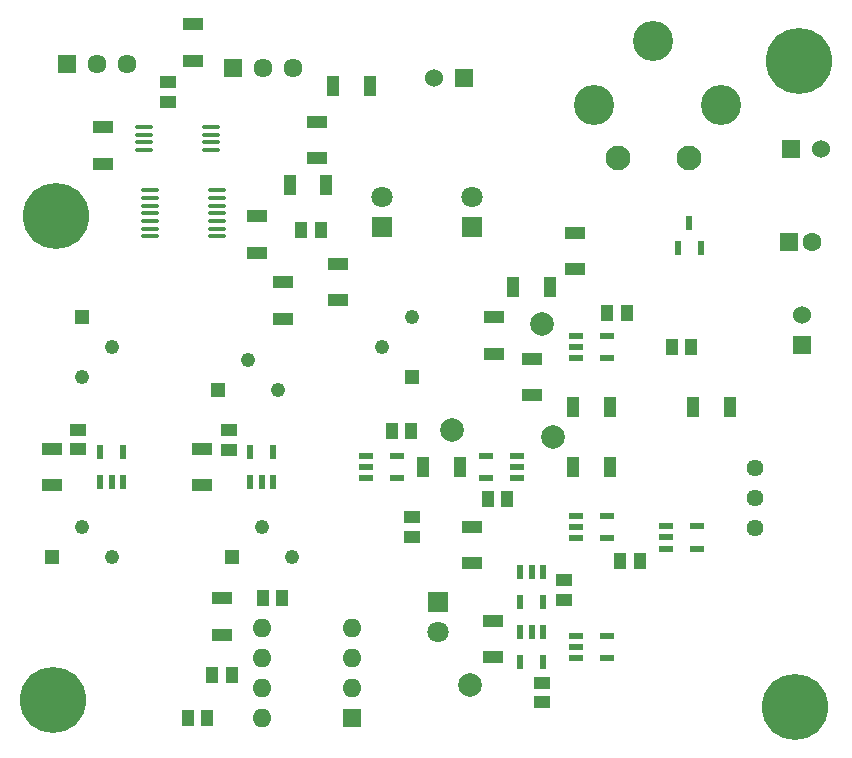
<source format=gbr>
%TF.GenerationSoftware,KiCad,Pcbnew,8.0.2*%
%TF.CreationDate,2024-06-16T16:38:09+02:00*%
%TF.ProjectId,BSPD,42535044-2e6b-4696-9361-645f70636258,rev?*%
%TF.SameCoordinates,Original*%
%TF.FileFunction,Soldermask,Top*%
%TF.FilePolarity,Negative*%
%FSLAX46Y46*%
G04 Gerber Fmt 4.6, Leading zero omitted, Abs format (unit mm)*
G04 Created by KiCad (PCBNEW 8.0.2) date 2024-06-16 16:38:09*
%MOMM*%
%LPD*%
G01*
G04 APERTURE LIST*
G04 Aperture macros list*
%AMRoundRect*
0 Rectangle with rounded corners*
0 $1 Rounding radius*
0 $2 $3 $4 $5 $6 $7 $8 $9 X,Y pos of 4 corners*
0 Add a 4 corners polygon primitive as box body*
4,1,4,$2,$3,$4,$5,$6,$7,$8,$9,$2,$3,0*
0 Add four circle primitives for the rounded corners*
1,1,$1+$1,$2,$3*
1,1,$1+$1,$4,$5*
1,1,$1+$1,$6,$7*
1,1,$1+$1,$8,$9*
0 Add four rect primitives between the rounded corners*
20,1,$1+$1,$2,$3,$4,$5,0*
20,1,$1+$1,$4,$5,$6,$7,0*
20,1,$1+$1,$6,$7,$8,$9,0*
20,1,$1+$1,$8,$9,$2,$3,0*%
G04 Aperture macros list end*
%ADD10RoundRect,0.100000X0.637500X0.100000X-0.637500X0.100000X-0.637500X-0.100000X0.637500X-0.100000X0*%
%ADD11R,0.600000X1.150000*%
%ADD12R,1.070000X1.470000*%
%ADD13R,1.150000X0.600000*%
%ADD14R,1.530000X1.530000*%
%ADD15C,1.530000*%
%ADD16C,5.600000*%
%ADD17C,1.440000*%
%ADD18R,1.217000X1.217000*%
%ADD19C,1.217000*%
%ADD20R,1.050000X1.800000*%
%ADD21R,1.800000X1.050000*%
%ADD22R,1.600000X1.600000*%
%ADD23O,1.600000X1.600000*%
%ADD24R,1.800000X1.800000*%
%ADD25C,1.800000*%
%ADD26R,1.470000X1.070000*%
%ADD27C,2.000000*%
%ADD28C,2.100000*%
%ADD29C,3.400000*%
%ADD30C,1.600000*%
%ADD31R,0.600000X1.300000*%
%ADD32R,1.610000X1.610000*%
%ADD33C,1.610000*%
G04 APERTURE END LIST*
D10*
%TO.C,CP5*%
X115638500Y-71927000D03*
X115638500Y-71277000D03*
X115638500Y-70627000D03*
X115638500Y-69977000D03*
X115638500Y-69327000D03*
X115638500Y-68677000D03*
X115638500Y-68027000D03*
X109913500Y-68027000D03*
X109913500Y-68677000D03*
X109913500Y-69327000D03*
X109913500Y-69977000D03*
X109913500Y-70627000D03*
X109913500Y-71277000D03*
X109913500Y-71927000D03*
%TD*%
D11*
%TO.C,G2*%
X143190000Y-100300000D03*
X142240000Y-100300000D03*
X141290000Y-100300000D03*
X141290000Y-102900000D03*
X143190000Y-102900000D03*
%TD*%
D12*
%TO.C,C7*%
X138510641Y-94192119D03*
X140150641Y-94192119D03*
%TD*%
D13*
%TO.C,G4*%
X146020000Y-95570000D03*
X146020000Y-96520000D03*
X146020000Y-97470000D03*
X148620000Y-97470000D03*
X148620000Y-95570000D03*
%TD*%
D14*
%TO.C,J4*%
X136525000Y-58547000D03*
D15*
X133985000Y-58547000D03*
%TD*%
D16*
%TO.C,*%
X164541200Y-111760000D03*
%TD*%
D17*
%TO.C,U1*%
X161136000Y-91501500D03*
X161136000Y-94041500D03*
X161136000Y-96581500D03*
%TD*%
D18*
%TO.C,RV5*%
X116840000Y-99060000D03*
D19*
X119380000Y-96520000D03*
X121920000Y-99060000D03*
%TD*%
D20*
%TO.C,R2*%
X133070000Y-91440000D03*
X136170000Y-91440000D03*
%TD*%
D16*
%TO.C,*%
X101981000Y-70180200D03*
%TD*%
D13*
%TO.C,G5*%
X146020000Y-105730000D03*
X146020000Y-106680000D03*
X146020000Y-107630000D03*
X148620000Y-107630000D03*
X148620000Y-105730000D03*
%TD*%
D21*
%TO.C,R4*%
X139052725Y-78749257D03*
X139052725Y-81849257D03*
%TD*%
D22*
%TO.C,TI1*%
X127008945Y-112718181D03*
D23*
X127008945Y-110178181D03*
X127008945Y-107638181D03*
X127008945Y-105098181D03*
X119388945Y-105098181D03*
X119388945Y-107638181D03*
X119388945Y-110178181D03*
X119388945Y-112718181D03*
%TD*%
D24*
%TO.C,D1*%
X134330177Y-102896180D03*
D25*
X134330177Y-105436180D03*
%TD*%
D20*
%TO.C,R22*%
X125450000Y-59182000D03*
X128550000Y-59182000D03*
%TD*%
D11*
%TO.C,G3*%
X143190000Y-105380000D03*
X142240000Y-105380000D03*
X141290000Y-105380000D03*
X141290000Y-107980000D03*
X143190000Y-107980000D03*
%TD*%
%TO.C,CP1*%
X105730000Y-92740000D03*
X106680000Y-92740000D03*
X107630000Y-92740000D03*
X107630000Y-90140000D03*
X105730000Y-90140000D03*
%TD*%
D26*
%TO.C,C10*%
X144996793Y-102678091D03*
X144996793Y-101038091D03*
%TD*%
%TO.C,C14*%
X103826525Y-89941713D03*
X103826525Y-88301713D03*
%TD*%
D20*
%TO.C,R7*%
X145770000Y-86360000D03*
X148870000Y-86360000D03*
%TD*%
D12*
%TO.C,C13*%
X149745317Y-99377893D03*
X151385317Y-99377893D03*
%TD*%
D13*
%TO.C,G6*%
X153640000Y-96459000D03*
X153640000Y-97409000D03*
X153640000Y-98359000D03*
X156240000Y-98359000D03*
X156240000Y-96459000D03*
%TD*%
D27*
%TO.C,TP3*%
X144055444Y-88887924D03*
%TD*%
D21*
%TO.C,R19*%
X118999000Y-73305000D03*
X118999000Y-70205000D03*
%TD*%
D28*
%TO.C,K1*%
X155558500Y-65260500D03*
D29*
X158258500Y-60760500D03*
X152558500Y-55360500D03*
X147558500Y-60760500D03*
D28*
X149558500Y-65260500D03*
%TD*%
D21*
%TO.C,R15*%
X125811056Y-74226009D03*
X125811056Y-77326009D03*
%TD*%
D18*
%TO.C,RV1*%
X104140000Y-78740000D03*
D19*
X106680000Y-81280000D03*
X104140000Y-83820000D03*
%TD*%
D18*
%TO.C,RV4*%
X101600000Y-99060000D03*
D19*
X104140000Y-96520000D03*
X106680000Y-99060000D03*
%TD*%
D20*
%TO.C,R8*%
X159030000Y-86360000D03*
X155930000Y-86360000D03*
%TD*%
D12*
%TO.C,C11*%
X148666660Y-78426525D03*
X150306660Y-78426525D03*
%TD*%
D20*
%TO.C,R1*%
X145770000Y-91440000D03*
X148870000Y-91440000D03*
%TD*%
D12*
%TO.C,C2*%
X154120000Y-81280000D03*
X155760000Y-81280000D03*
%TD*%
D26*
%TO.C,C16*%
X111448000Y-60510000D03*
X111448000Y-58870000D03*
%TD*%
D18*
%TO.C,RV2*%
X115697000Y-84963000D03*
D19*
X118237000Y-82423000D03*
X120777000Y-84963000D03*
%TD*%
D21*
%TO.C,R11*%
X116054103Y-105661595D03*
X116054103Y-102561595D03*
%TD*%
D24*
%TO.C,D2*%
X137160000Y-71120000D03*
D25*
X137160000Y-68580000D03*
%TD*%
D14*
%TO.C,J3*%
X165100000Y-81153000D03*
D15*
X165100000Y-78613000D03*
%TD*%
D24*
%TO.C,D3*%
X129579341Y-71120000D03*
D25*
X129579341Y-68580000D03*
%TD*%
D21*
%TO.C,R14*%
X138991482Y-104461767D03*
X138991482Y-107561767D03*
%TD*%
%TO.C,R21*%
X113560000Y-57084001D03*
X113560000Y-53984001D03*
%TD*%
D12*
%TO.C,C6*%
X114764400Y-112699800D03*
X113124400Y-112699800D03*
%TD*%
D27*
%TO.C,TP1*%
X137051316Y-109908327D03*
%TD*%
D21*
%TO.C,R3*%
X137160000Y-99620000D03*
X137160000Y-96520000D03*
%TD*%
D20*
%TO.C,R6*%
X143790000Y-76200000D03*
X140690000Y-76200000D03*
%TD*%
D22*
%TO.C,C5*%
X164017888Y-72390000D03*
D30*
X166017888Y-72390000D03*
%TD*%
D26*
%TO.C,C12*%
X116657137Y-89974906D03*
X116657137Y-88334906D03*
%TD*%
D31*
%TO.C,Q1*%
X154659000Y-72866000D03*
X156559000Y-72866000D03*
X155609000Y-70766000D03*
%TD*%
D21*
%TO.C,R20*%
X121158000Y-78893000D03*
X121158000Y-75793000D03*
%TD*%
D13*
%TO.C,CP3*%
X141000000Y-92390000D03*
X141000000Y-91440000D03*
X141000000Y-90490000D03*
X138400000Y-90490000D03*
X138400000Y-92390000D03*
%TD*%
D21*
%TO.C,R16*%
X145937287Y-74709219D03*
X145937287Y-71609219D03*
%TD*%
D12*
%TO.C,C8*%
X132070780Y-88369796D03*
X130430780Y-88369796D03*
%TD*%
D20*
%TO.C,R18*%
X124867000Y-67564000D03*
X121767000Y-67564000D03*
%TD*%
D21*
%TO.C,R23*%
X105918000Y-62686600D03*
X105918000Y-65786600D03*
%TD*%
D32*
%TO.C,J2*%
X116967000Y-57658000D03*
D33*
X119507000Y-57658000D03*
X122047000Y-57658000D03*
%TD*%
D18*
%TO.C,RV3*%
X132080000Y-83820000D03*
D19*
X129540000Y-81280000D03*
X132080000Y-78740000D03*
%TD*%
D12*
%TO.C,C15*%
X122751000Y-71374000D03*
X124391000Y-71374000D03*
%TD*%
%TO.C,C4*%
X116861316Y-109064947D03*
X115221316Y-109064947D03*
%TD*%
D14*
%TO.C,J5*%
X164195000Y-64568000D03*
D15*
X166735000Y-64568000D03*
%TD*%
D10*
%TO.C,DU1*%
X115130500Y-64602000D03*
X115130500Y-63952000D03*
X115130500Y-63302000D03*
X115130500Y-62652000D03*
X109405500Y-62652000D03*
X109405500Y-63302000D03*
X109405500Y-63952000D03*
X109405500Y-64602000D03*
%TD*%
D21*
%TO.C,R17*%
X124079000Y-65304000D03*
X124079000Y-62204000D03*
%TD*%
D13*
%TO.C,CP4*%
X146020000Y-80330000D03*
X146020000Y-81280000D03*
X146020000Y-82230000D03*
X148620000Y-82230000D03*
X148620000Y-80330000D03*
%TD*%
D21*
%TO.C,R10*%
X114300000Y-92990000D03*
X114300000Y-89890000D03*
%TD*%
D26*
%TO.C,C1*%
X132080000Y-95700000D03*
X132080000Y-97340000D03*
%TD*%
D21*
%TO.C,R9*%
X101600000Y-92990000D03*
X101600000Y-89890000D03*
%TD*%
D16*
%TO.C,*%
X101752400Y-111201200D03*
%TD*%
D13*
%TO.C,G1*%
X128240000Y-90490000D03*
X128240000Y-91440000D03*
X128240000Y-92390000D03*
X130840000Y-92390000D03*
X130840000Y-90490000D03*
%TD*%
D16*
%TO.C,*%
X164871400Y-57073800D03*
%TD*%
D32*
%TO.C,J1*%
X102892000Y-57312001D03*
D33*
X105432000Y-57312001D03*
X107972000Y-57312001D03*
%TD*%
D27*
%TO.C,TP4*%
X135489466Y-88320355D03*
%TD*%
D11*
%TO.C,CP2*%
X118430000Y-92740000D03*
X119380000Y-92740000D03*
X120330000Y-92740000D03*
X120330000Y-90140000D03*
X118430000Y-90140000D03*
%TD*%
D27*
%TO.C,TP2*%
X143095409Y-79329644D03*
%TD*%
D26*
%TO.C,C9*%
X143081373Y-109735008D03*
X143081373Y-111375008D03*
%TD*%
D12*
%TO.C,C3*%
X121101379Y-102505323D03*
X119461379Y-102505323D03*
%TD*%
D21*
%TO.C,R5*%
X142240000Y-82270000D03*
X142240000Y-85370000D03*
%TD*%
M02*

</source>
